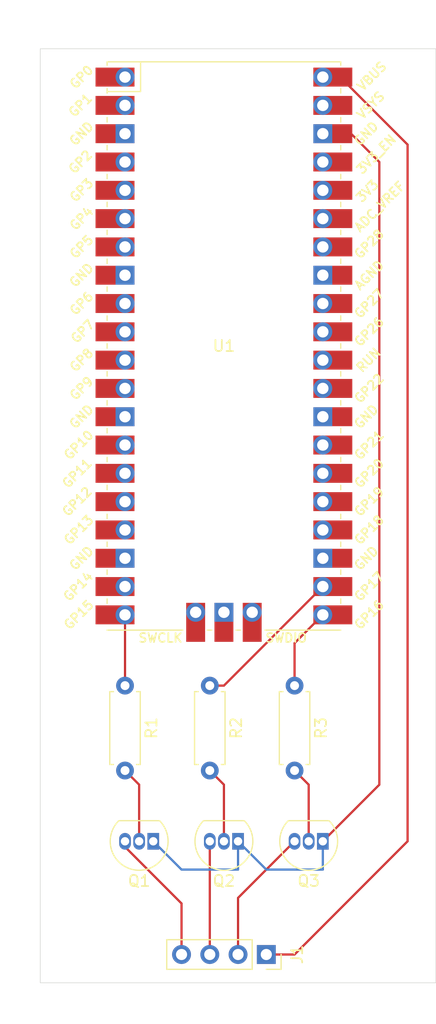
<source format=kicad_pcb>
(kicad_pcb (version 20221018) (generator pcbnew)
  (layers (0 "F.Cu" signal) (31 "B.Cu" signal) (34 "B.Paste" user) (35 "F.Paste" user) (36 "B.SilkS" user "B.Silkscreen") (37 "F.SilkS" user "F.Silkscreen") (38 "B.Mask" user) (39 "F.Mask" user) (44 "Edge.Cuts" user))
  (net 0 "")
  (net 1 "Net-(J1-Pin_1)")
  (net 2 "Net-(J1-Pin_2)")
  (net 3 "Net-(J1-Pin_3)")
  (net 4 "Net-(J1-Pin_4)")
  (net 5 "Net-(Q1-B)")
  (net 6 "Net-(Q1-C)")
  (net 7 "Net-(Q2-B)")
  (net 8 "Net-(Q3-B)")
  (net 9 "Net-(U1-GPIO15)")
  (net 10 "Net-(U1-GPIO17)")
  (net 11 "Net-(U1-GPIO16)")
  (footprint "Package_TO_SOT_THT:TO-92_Inline" (layer "F.Cu") (at 127 111.76 180)
    (fp_text reference "Q1" (at 1.27 -3.56) (layer "F.SilkS"))
    (fp_text value "2N3904")
    (fp_line (start -0.53 1.85) (end 3.07 1.85) (stroke (width 0.12)) (layer "F.SilkS"))
    (fp_arc (start -0.568478 1.838478) (mid -1.132087 -0.994977) (end 1.27 -2.6) (stroke (width 0.12)) (layer "F.SilkS"))
    (fp_arc (start 1.27 -2.6) (mid 3.672087 -0.994977) (end 3.108478 1.838478) (stroke (width 0.12)) (layer "F.SilkS"))
    (pad "1" thru_hole rect (at 0 0 180) (size 1.05 1.5) (drill 0.75) (layers "*.Cu" "*.Mask") (net 6 "Net-(Q1-C)"))
    (pad "2" thru_hole oval (at 1.27 0 180) (size 1.05 1.5) (drill 0.75) (layers "*.Cu" "*.Mask") (net 5 "Net-(Q1-B)"))
    (pad "3" thru_hole oval (at 2.54 0 180) (size 1.05 1.5) (drill 0.75) (layers "*.Cu" "*.Mask") (net 4 "Net-(J1-Pin_4)"))
  )
  (footprint "Resistor_THT:R_Axial_DIN0207_L6.3mm_D2.5mm_P7.62mm_Horizontal" (layer "F.Cu") (at 139.7 97.79 -90)
    (fp_text reference "R3" (at 3.81 -2.37 90) (layer "F.SilkS"))
    (fp_text value "1K")
    (fp_line (start 0.54 -1.37) (end 7.08 -1.37) (stroke (width 0.12)) (layer "F.SilkS"))
    (fp_line (start 0.54 -1.04) (end 0.54 -1.37) (stroke (width 0.12)) (layer "F.SilkS"))
    (fp_line (start 0.54 1.04) (end 0.54 1.37) (stroke (width 0.12)) (layer "F.SilkS"))
    (fp_line (start 0.54 1.37) (end 7.08 1.37) (stroke (width 0.12)) (layer "F.SilkS"))
    (fp_line (start 7.08 -1.37) (end 7.08 -1.04) (stroke (width 0.12)) (layer "F.SilkS"))
    (fp_line (start 7.08 1.37) (end 7.08 1.04) (stroke (width 0.12)) (layer "F.SilkS"))
    (pad "1" thru_hole circle (at 0 0 270) (size 1.6 1.6) (drill 0.8) (layers "*.Cu" "*.Mask") (net 11 "Net-(U1-GPIO16)"))
    (pad "2" thru_hole oval (at 7.62 0 270) (size 1.6 1.6) (drill 0.8) (layers "*.Cu" "*.Mask") (net 8 "Net-(Q3-B)"))
  )
  (footprint "Resistor_THT:R_Axial_DIN0207_L6.3mm_D2.5mm_P7.62mm_Horizontal" (layer "F.Cu") (at 124.46 97.79 -90)
    (fp_text reference "R1" (at 3.81 -2.37 90) (layer "F.SilkS"))
    (fp_text value "1K")
    (fp_line (start 0.54 -1.37) (end 7.08 -1.37) (stroke (width 0.12)) (layer "F.SilkS"))
    (fp_line (start 0.54 -1.04) (end 0.54 -1.37) (stroke (width 0.12)) (layer "F.SilkS"))
    (fp_line (start 0.54 1.04) (end 0.54 1.37) (stroke (width 0.12)) (layer "F.SilkS"))
    (fp_line (start 0.54 1.37) (end 7.08 1.37) (stroke (width 0.12)) (layer "F.SilkS"))
    (fp_line (start 7.08 -1.37) (end 7.08 -1.04) (stroke (width 0.12)) (layer "F.SilkS"))
    (fp_line (start 7.08 1.37) (end 7.08 1.04) (stroke (width 0.12)) (layer "F.SilkS"))
    (pad "1" thru_hole circle (at 0 0 270) (size 1.6 1.6) (drill 0.8) (layers "*.Cu" "*.Mask") (net 9 "Net-(U1-GPIO15)"))
    (pad "2" thru_hole oval (at 7.62 0 270) (size 1.6 1.6) (drill 0.8) (layers "*.Cu" "*.Mask") (net 5 "Net-(Q1-B)"))
  )
  (footprint "Resistor_THT:R_Axial_DIN0207_L6.3mm_D2.5mm_P7.62mm_Horizontal" (layer "F.Cu") (at 132.08 97.79 -90)
    (fp_text reference "R2" (at 3.81 -2.37 90) (layer "F.SilkS"))
    (fp_text value "1K")
    (fp_line (start 0.54 -1.37) (end 7.08 -1.37) (stroke (width 0.12)) (layer "F.SilkS"))
    (fp_line (start 0.54 -1.04) (end 0.54 -1.37) (stroke (width 0.12)) (layer "F.SilkS"))
    (fp_line (start 0.54 1.04) (end 0.54 1.37) (stroke (width 0.12)) (layer "F.SilkS"))
    (fp_line (start 0.54 1.37) (end 7.08 1.37) (stroke (width 0.12)) (layer "F.SilkS"))
    (fp_line (start 7.08 -1.37) (end 7.08 -1.04) (stroke (width 0.12)) (layer "F.SilkS"))
    (fp_line (start 7.08 1.37) (end 7.08 1.04) (stroke (width 0.12)) (layer "F.SilkS"))
    (pad "1" thru_hole circle (at 0 0 270) (size 1.6 1.6) (drill 0.8) (layers "*.Cu" "*.Mask") (net 10 "Net-(U1-GPIO17)"))
    (pad "2" thru_hole oval (at 7.62 0 270) (size 1.6 1.6) (drill 0.8) (layers "*.Cu" "*.Mask") (net 7 "Net-(Q2-B)"))
  )
  (footprint "Package_TO_SOT_THT:TO-92_Inline" (layer "F.Cu") (at 134.62 111.76 180)
    (fp_text reference "Q2" (at 1.27 -3.56) (layer "F.SilkS"))
    (fp_text value "2N3904")
    (fp_line (start -0.53 1.85) (end 3.07 1.85) (stroke (width 0.12)) (layer "F.SilkS"))
    (fp_arc (start -0.568478 1.838478) (mid -1.132087 -0.994977) (end 1.27 -2.6) (stroke (width 0.12)) (layer "F.SilkS"))
    (fp_arc (start 1.27 -2.6) (mid 3.672087 -0.994977) (end 3.108478 1.838478) (stroke (width 0.12)) (layer "F.SilkS"))
    (pad "1" thru_hole rect (at 0 0 180) (size 1.05 1.5) (drill 0.75) (layers "*.Cu" "*.Mask") (net 6 "Net-(Q1-C)"))
    (pad "2" thru_hole oval (at 1.27 0 180) (size 1.05 1.5) (drill 0.75) (layers "*.Cu" "*.Mask") (net 7 "Net-(Q2-B)"))
    (pad "3" thru_hole oval (at 2.54 0 180) (size 1.05 1.5) (drill 0.75) (layers "*.Cu" "*.Mask") (net 3 "Net-(J1-Pin_3)"))
  )
  (footprint "Connector_PinSocket_2.54mm:PinSocket_1x04_P2.54mm_Vertical" (layer "F.Cu") (at 137.16 121.92 -90)
    (fp_text reference "J1" (at 0 -2.77 90) (layer "F.SilkS"))
    (fp_text value "Conn_01x04_Socket")
    (fp_line (start -1.33 1.27) (end -1.33 8.95) (stroke (width 0.12)) (layer "F.SilkS"))
    (fp_line (start -1.33 1.27) (end 1.33 1.27) (stroke (width 0.12)) (layer "F.SilkS"))
    (fp_line (start -1.33 8.95) (end 1.33 8.95) (stroke (width 0.12)) (layer "F.SilkS"))
    (fp_line (start 0 -1.33) (end 1.33 -1.33) (stroke (width 0.12)) (layer "F.SilkS"))
    (fp_line (start 1.33 -1.33) (end 1.33 0) (stroke (width 0.12)) (layer "F.SilkS"))
    (fp_line (start 1.33 1.27) (end 1.33 8.95) (stroke (width 0.12)) (layer "F.SilkS"))
    (pad "1" thru_hole rect (at 0 0 270) (size 1.7 1.7) (drill 1) (layers "*.Cu" "*.Mask") (net 1 "Net-(J1-Pin_1)"))
    (pad "2" thru_hole oval (at 0 2.54 270) (size 1.7 1.7) (drill 1) (layers "*.Cu" "*.Mask") (net 2 "Net-(J1-Pin_2)"))
    (pad "3" thru_hole oval (at 0 5.08 270) (size 1.7 1.7) (drill 1) (layers "*.Cu" "*.Mask") (net 3 "Net-(J1-Pin_3)"))
    (pad "4" thru_hole oval (at 0 7.62 270) (size 1.7 1.7) (drill 1) (layers "*.Cu" "*.Mask") (net 4 "Net-(J1-Pin_4)"))
  )
  (footprint "Package_TO_SOT_THT:TO-92_Inline" (layer "F.Cu") (at 142.24 111.76 180)
    (fp_text reference "Q3" (at 1.27 -3.56) (layer "F.SilkS"))
    (fp_text value "2N3904")
    (fp_line (start -0.53 1.85) (end 3.07 1.85) (stroke (width 0.12)) (layer "F.SilkS"))
    (fp_arc (start -0.568478 1.838478) (mid -1.132087 -0.994977) (end 1.27 -2.6) (stroke (width 0.12)) (layer "F.SilkS"))
    (fp_arc (start 1.27 -2.6) (mid 3.672087 -0.994977) (end 3.108478 1.838478) (stroke (width 0.12)) (layer "F.SilkS"))
    (pad "1" thru_hole rect (at 0 0 180) (size 1.05 1.5) (drill 0.75) (layers "*.Cu" "*.Mask") (net 6 "Net-(Q1-C)"))
    (pad "2" thru_hole oval (at 1.27 0 180) (size 1.05 1.5) (drill 0.75) (layers "*.Cu" "*.Mask") (net 8 "Net-(Q3-B)"))
    (pad "3" thru_hole oval (at 2.54 0 180) (size 1.05 1.5) (drill 0.75) (layers "*.Cu" "*.Mask") (net 2 "Net-(J1-Pin_2)"))
  )
  (footprint "Raspberry Pi Pico:RPi_Pico_SMD_TH" (layer "F.Cu") (at 133.35 67.31)
    (fp_text reference "U1" (at 0 0) (layer "F.SilkS"))
    (fp_text value "Pico")
    (fp_text user "GP17" (at 13.054 21.59 45) (layer "F.SilkS") (effects (font (size 0.8 0.8))))
    (fp_text user "VSYS" (at 13.2 -21.59 45) (layer "F.SilkS") (effects (font (size 0.8 0.8))))
    (fp_text user "3V3_EN" (at 13.7 -17.2 45) (layer "F.SilkS") (effects (font (size 0.8 0.8))))
    (fp_text user "GP28" (at 13.054 -9.144 45) (layer "F.SilkS") (effects (font (size 0.8 0.8))))
    (fp_text user "VBUS" (at 13.3 -24.2 45) (layer "F.SilkS") (effects (font (size 0.8 0.8))))
    (fp_text user "GP0" (at -12.8 -24.13 45) (layer "F.SilkS") (effects (font (size 0.8 0.8))))
    (fp_text user "GP9" (at -12.8 3.81 45) (layer "F.SilkS") (effects (font (size 0.8 0.8))))
    (fp_text user "GND" (at -12.8 19.05 45) (layer "F.SilkS") (effects (font (size 0.8 0.8))))
    (fp_text user "GP21" (at 13.054 8.9 45) (layer "F.SilkS") (effects (font (size 0.8 0.8))))
    (fp_text user "GP4" (at -12.8 -11.43 45) (layer "F.SilkS") (effects (font (size 0.8 0.8))))
    (fp_text user "GND" (at 12.8 -19.05 45) (layer "F.SilkS") (effects (font (size 0.8 0.8))))
    (fp_text user "GND" (at -12.8 6.35 45) (layer "F.SilkS") (effects (font (size 0.8 0.8))))
    (fp_text user "GP7" (at -12.7 -1.3 45) (layer "F.SilkS") (effects (font (size 0.8 0.8))))
    (fp_text user "GP2" (at -12.9 -16.51 45) (layer "F.SilkS") (effects (font (size 0.8 0.8))))
    (fp_text user "GND" (at 12.8 6.35 45) (layer "F.SilkS") (effects (font (size 0.8 0.8))))
    (fp_text user "GP22" (at 13.054 3.81 45) (layer "F.SilkS") (effects (font (size 0.8 0.8))))
    (fp_text user "RUN" (at 13 1.27 45) (layer "F.SilkS") (effects (font (size 0.8 0.8))))
    (fp_text user "GP12" (at -13.2 13.97 45) (layer "F.SilkS") (effects (font (size 0.8 0.8))))
    (fp_text user "GP1" (at -12.9 -21.6 45) (layer "F.SilkS") (effects (font (size 0.8 0.8))))
    (fp_text user "GP15" (at -13.054 24.13 45) (layer "F.SilkS") (effects (font (size 0.8 0.8))))
    (fp_text user "GP14" (at -13.1 21.59 45) (layer "F.SilkS") (effects (font (size 0.8 0.8))))
    (fp_text user "GP18" (at 13.054 16.51 45) (layer "F.SilkS") (effects (font (size 0.8 0.8))))
    (fp_text user "GP26" (at 13.054 -1.27 45) (layer "F.SilkS") (effects (font (size 0.8 0.8))))
    (fp_text user "GP11" (at -13.2 11.43 45) (layer "F.SilkS") (effects (font (size 0.8 0.8))))
    (fp_text user "GP6" (at -12.8 -3.81 45) (layer "F.SilkS") (effects (font (size 0.8 0.8))))
    (fp_text user "GP13" (at -13.054 16.51 45) (layer "F.SilkS") (effects (font (size 0.8 0.8))))
    (fp_text user "GP10" (at -13.054 8.89 45) (layer "F.SilkS") (effects (font (size 0.8 0.8))))
    (fp_text user "SWDIO" (at 5.6 26.2) (layer "F.SilkS") (effects (font (size 0.8 0.8))))
    (fp_text user "AGND" (at 13.054 -6.35 45) (layer "F.SilkS") (effects (font (size 0.8 0.8))))
    (fp_text user "GP5" (at -12.8 -8.89 45) (layer "F.SilkS") (effects (font (size 0.8 0.8))))
    (fp_text user "GP20" (at 13.054 11.43 45) (layer "F.SilkS") (effects (font (size 0.8 0.8))))
    (fp_text user "GP19" (at 13.054 13.97 45) (layer "F.SilkS") (effects (font (size 0.8 0.8))))
    (fp_text user "GND" (at 12.8 19.05 45) (layer "F.SilkS") (effects (font (size 0.8 0.8))))
    (fp_text user "ADC_VREF" (at 14 -12.5 45) (layer "F.SilkS") (effects (font (size 0.8 0.8))))
    (fp_text user "GND" (at -12.8 -6.35 45) (layer "F.SilkS") (effects (font (size 0.8 0.8))))
    (fp_text user "GP27" (at 13.054 -3.8 45) (layer "F.SilkS") (effects (font (size 0.8 0.8))))
    (fp_text user "GP8" (at -12.8 1.27 45) (layer "F.SilkS") (effects (font (size 0.8 0.8))))
    (fp_text user "GND" (at -12.8 -19.05 45) (layer "F.SilkS") (effects (font (size 0.8 0.8))))
    (fp_text user "GP3" (at -12.8 -13.97 45) (layer "F.SilkS") (effects (font (size 0.8 0.8))))
    (fp_text user "3V3" (at 12.9 -13.9 45) (layer "F.SilkS") (effects (font (size 0.8 0.8))))
    (fp_text user "GP16" (at 13.054 24.13 45) (layer "F.SilkS") (effects (font (size 0.8 0.8))))
    (fp_text user "SWCLK" (at -5.7 26.2) (layer "F.SilkS") (effects (font (size 0.8 0.8))))
    (fp_line (start -10.5 -25.5) (end -10.5 -25.2) (stroke (width 0.12)) (layer "F.SilkS"))
    (fp_line (start -10.5 -25.5) (end 10.5 -25.5) (stroke (width 0.12)) (layer "F.SilkS"))
    (fp_line (start -10.5 -23.1) (end -10.5 -22.7) (stroke (width 0.12)) (layer "F.SilkS"))
    (fp_line (start -10.5 -22.833) (end -7.493 -22.833) (stroke (width 0.12)) (layer "F.SilkS"))
    (fp_line (start -10.5 -20.5) (end -10.5 -20.1) (stroke (width 0.12)) (layer "F.SilkS"))
    (fp_line (start -10.5 -18) (end -10.5 -17.6) (stroke (width 0.12)) (layer "F.SilkS"))
    (fp_line (start -10.5 -15.4) (end -10.5 -15) (stroke (width 0.12)) (layer "F.SilkS"))
    (fp_line (start -10.5 -12.9) (end -10.5 -12.5) (stroke (width 0.12)) (layer "F.SilkS"))
    (fp_line (start -10.5 -10.4) (end -10.5 -10) (stroke (width 0.12)) (layer "F.SilkS"))
    (fp_line (start -10.5 -7.8) (end -10.5 -7.4) (stroke (width 0.12)) (layer "F.SilkS"))
    (fp_line (start -10.5 -5.3) (end -10.5 -4.9) (stroke (width 0.12)) (layer "F.SilkS"))
    (fp_line (start -10.5 -2.7) (end -10.5 -2.3) (stroke (width 0.12)) (layer "F.SilkS"))
    (fp_line (start -10.5 -0.2) (end -10.5 0.2) (stroke (width 0.12)) (layer "F.SilkS"))
    (fp_line (start -10.5 2.3) (end -10.5 2.7) (stroke (width 0.12)) (layer "F.SilkS"))
    (fp_line (start -10.5 4.9) (end -10.5 5.3) (stroke (width 0.12)) (layer "F.SilkS"))
    (fp_line (start -10.5 7.4) (end -10.5 7.8) (stroke (width 0.12)) (layer "F.SilkS"))
    (fp_line (start -10.5 10) (end -10.5 10.4) (stroke (width 0.12)) (layer "F.SilkS"))
    (fp_line (start -10.5 12.5) (end -10.5 12.9) (stroke (width 0.12)) (layer "F.SilkS"))
    (fp_line (start -10.5 15.1) (end -10.5 15.5) (stroke (width 0.12)) (layer "F.SilkS"))
    (fp_line (start -10.5 17.6) (end -10.5 18) (stroke (width 0.12)) (layer "F.SilkS"))
    (fp_line (start -10.5 20.1) (end -10.5 20.5) (stroke (width 0.12)) (layer "F.SilkS"))
    (fp_line (start -10.5 22.7) (end -10.5 23.1) (stroke (width 0.12)) (layer "F.SilkS"))
    (fp_line (start -7.493 -22.833) (end -7.493 -25.5) (stroke (width 0.12)) (layer "F.SilkS"))
    (fp_line (start -3.7 25.5) (end -10.5 25.5) (stroke (width 0.12)) (layer "F.SilkS"))
    (fp_line (start -1.5 25.5) (end -1.1 25.5) (stroke (width 0.12)) (layer "F.SilkS"))
    (fp_line (start 1.1 25.5) (end 1.5 25.5) (stroke (width 0.12)) (layer "F.SilkS"))
    (fp_line (start 10.5 -25.5) (end 10.5 -25.2) (stroke (width 0.12)) (layer "F.SilkS"))
    (fp_line (start 10.5 -23.1) (end 10.5 -22.7) (stroke (width 0.12)) (layer "F.SilkS"))
    (fp_line (start 10.5 -20.5) (end 10.5 -20.1) (stroke (width 0.12)) (layer "F.SilkS"))
    (fp_line (start 10.5 -18) (end 10.5 -17.6) (stroke (width 0.12)) (layer "F.SilkS"))
    (fp_line (start 10.5 -15.4) (end 10.5 -15) (stroke (width 0.12)) (layer "F.SilkS"))
    (fp_line (start 10.5 -12.9) (end 10.5 -12.5) (stroke (width 0.12)) (layer "F.SilkS"))
    (fp_line (start 10.5 -10.4) (end 10.5 -10) (stroke (width 0.12)) (layer "F.SilkS"))
    (fp_line (start 10.5 -7.8) (end 10.5 -7.4) (stroke (width 0.12)) (layer "F.SilkS"))
    (fp_line (start 10.5 -5.3) (end 10.5 -4.9) (stroke (width 0.12)) (layer "F.SilkS"))
    (fp_line (start 10.5 -2.7) (end 10.5 -2.3) (stroke (width 0.12)) (layer "F.SilkS"))
    (fp_line (start 10.5 -0.2) (end 10.5 0.2) (stroke (width 0.12)) (layer "F.SilkS"))
    (fp_line (start 10.5 2.3) (end 10.5 2.7) (stroke (width 0.12)) (layer "F.SilkS"))
    (fp_line (start 10.5 4.9) (end 10.5 5.3) (stroke (width 0.12)) (layer "F.SilkS"))
    (fp_line (start 10.5 7.4) (end 10.5 7.8) (stroke (width 0.12)) (layer "F.SilkS"))
    (fp_line (start 10.5 10) (end 10.5 10.4) (stroke (width 0.12)) (layer "F.SilkS"))
    (fp_line (start 10.5 12.5) (end 10.5 12.9) (stroke (width 0.12)) (layer "F.SilkS"))
    (fp_line (start 10.5 15.1) (end 10.5 15.5) (stroke (width 0.12)) (layer "F.SilkS"))
    (fp_line (start 10.5 17.6) (end 10.5 18) (stroke (width 0.12)) (layer "F.SilkS"))
    (fp_line (start 10.5 20.1) (end 10.5 20.5) (stroke (width 0.12)) (layer "F.SilkS"))
    (fp_line (start 10.5 22.7) (end 10.5 23.1) (stroke (width 0.12)) (layer "F.SilkS"))
    (fp_line (start 10.5 25.5) (end 3.7 25.5) (stroke (width 0.12)) (layer "F.SilkS"))
    (pad "" np_thru_hole oval (at -2.725 -24) (size 1.8 1.8) (drill 1.8) (layers "*.Cu" "*.Mask"))
    (pad "" np_thru_hole oval (at -2.425 -20.97) (size 1.5 1.5) (drill 1.5) (layers "*.Cu" "*.Mask"))
    (pad "" np_thru_hole oval (at 2.425 -20.97) (size 1.5 1.5) (drill 1.5) (layers "*.Cu" "*.Mask"))
    (pad "" np_thru_hole oval (at 2.725 -24) (size 1.8 1.8) (drill 1.8) (layers "*.Cu" "*.Mask"))
    (pad "1" thru_hole oval (at -8.89 -24.13) (size 1.7 1.7) (drill 1.02) (layers "*.Cu" "*.Mask"))
    (pad "1" smd rect (at -8.89 -24.13) (size 3.5 1.7) (drill (offset -0.9 0)) (layers "F.Cu" "F.Mask"))
    (pad "2" thru_hole oval (at -8.89 -21.59) (size 1.7 1.7) (drill 1.02) (layers "*.Cu" "*.Mask"))
    (pad "2" smd rect (at -8.89 -21.59) (size 3.5 1.7) (drill (offset -0.9 0)) (layers "F.Cu" "F.Mask"))
    (pad "3" thru_hole rect (at -8.89 -19.05) (size 1.7 1.7) (drill 1.02) (layers "*.Cu" "*.Mask"))
    (pad "3" smd rect (at -8.89 -19.05) (size 3.5 1.7) (drill (offset -0.9 0)) (layers "F.Cu" "F.Mask"))
    (pad "4" thru_hole oval (at -8.89 -16.51) (size 1.7 1.7) (drill 1.02) (layers "*.Cu" "*.Mask"))
    (pad "4" smd rect (at -8.89 -16.51) (size 3.5 1.7) (drill (offset -0.9 0)) (layers "F.Cu" "F.Mask"))
    (pad "5" thru_hole oval (at -8.89 -13.97) (size 1.7 1.7) (drill 1.02) (layers "*.Cu" "*.Mask"))
    (pad "5" smd rect (at -8.89 -13.97) (size 3.5 1.7) (drill (offset -0.9 0)) (layers "F.Cu" "F.Mask"))
    (pad "6" thru_hole oval (at -8.89 -11.43) (size 1.7 1.7) (drill 1.02) (layers "*.Cu" "*.Mask"))
    (pad "6" smd rect (at -8.89 -11.43) (size 3.5 1.7) (drill (offset -0.9 0)) (layers "F.Cu" "F.Mask"))
    (pad "7" thru_hole oval (at -8.89 -8.89) (size 1.7 1.7) (drill 1.02) (layers "*.Cu" "*.Mask"))
    (pad "7" smd rect (at -8.89 -8.89) (size 3.5 1.7) (drill (offset -0.9 0)) (layers "F.Cu" "F.Mask"))
    (pad "8" thru_hole rect (at -8.89 -6.35) (size 1.7 1.7) (drill 1.02) (layers "*.Cu" "*.Mask"))
    (pad "8" smd rect (at -8.89 -6.35) (size 3.5 1.7) (drill (offset -0.9 0)) (layers "F.Cu" "F.Mask"))
    (pad "9" thru_hole oval (at -8.89 -3.81) (size 1.7 1.7) (drill 1.02) (layers "*.Cu" "*.Mask"))
    (pad "9" smd rect (at -8.89 -3.81) (size 3.5 1.7) (drill (offset -0.9 0)) (layers "F.Cu" "F.Mask"))
    (pad "10" thru_hole oval (at -8.89 -1.27) (size 1.7 1.7) (drill 1.02) (layers "*.Cu" "*.Mask"))
    (pad "10" smd rect (at -8.89 -1.27) (size 3.5 1.7) (drill (offset -0.9 0)) (layers "F.Cu" "F.Mask"))
    (pad "11" thru_hole oval (at -8.89 1.27) (size 1.7 1.7) (drill 1.02) (layers "*.Cu" "*.Mask"))
    (pad "11" smd rect (at -8.89 1.27) (size 3.5 1.7) (drill (offset -0.9 0)) (layers "F.Cu" "F.Mask"))
    (pad "12" thru_hole oval (at -8.89 3.81) (size 1.7 1.7) (drill 1.02) (layers "*.Cu" "*.Mask"))
    (pad "12" smd rect (at -8.89 3.81) (size 3.5 1.7) (drill (offset -0.9 0)) (layers "F.Cu" "F.Mask"))
    (pad "13" thru_hole rect (at -8.89 6.35) (size 1.7 1.7) (drill 1.02) (layers "*.Cu" "*.Mask"))
    (pad "13" smd rect (at -8.89 6.35) (size 3.5 1.7) (drill (offset -0.9 0)) (layers "F.Cu" "F.Mask"))
    (pad "14" thru_hole oval (at -8.89 8.89) (size 1.7 1.7) (drill 1.02) (layers "*.Cu" "*.Mask"))
    (pad "14" smd rect (at -8.89 8.89) (size 3.5 1.7) (drill (offset -0.9 0)) (layers "F.Cu" "F.Mask"))
    (pad "15" thru_hole oval (at -8.89 11.43) (size 1.7 1.7) (drill 1.02) (layers "*.Cu" "*.Mask"))
    (pad "15" smd rect (at -8.89 11.43) (size 3.5 1.7) (drill (offset -0.9 0)) (layers "F.Cu" "F.Mask"))
    (pad "16" thru_hole oval (at -8.89 13.97) (size 1.7 1.7) (drill 1.02) (layers "*.Cu" "*.Mask"))
    (pad "16" smd rect (at -8.89 13.97) (size 3.5 1.7) (drill (offset -0.9 0)) (layers "F.Cu" "F.Mask"))
    (pad "17" thru_hole oval (at -8.89 16.51) (size 1.7 1.7) (drill 1.02) (layers "*.Cu" "*.Mask"))
    (pad "17" smd rect (at -8.89 16.51) (size 3.5 1.7) (drill (offset -0.9 0)) (layers "F.Cu" "F.Mask"))
    (pad "18" thru_hole rect (at -8.89 19.05) (size 1.7 1.7) (drill 1.02) (layers "*.Cu" "*.Mask"))
    (pad "18" smd rect (at -8.89 19.05) (size 3.5 1.7) (drill (offset -0.9 0)) (layers "F.Cu" "F.Mask"))
    (pad "19" thru_hole oval (at -8.89 21.59) (size 1.7 1.7) (drill 1.02) (layers "*.Cu" "*.Mask"))
    (pad "19" smd rect (at -8.89 21.59) (size 3.5 1.7) (drill (offset -0.9 0)) (layers "F.Cu" "F.Mask"))
    (pad "20" thru_hole oval (at -8.89 24.13) (size 1.7 1.7) (drill 1.02) (layers "*.Cu" "*.Mask") (net 9 "Net-(U1-GPIO15)"))
    (pad "20" smd rect (at -8.89 24.13) (size 3.5 1.7) (drill (offset -0.9 0)) (layers "F.Cu" "F.Mask") (net 9 "Net-(U1-GPIO15)"))
    (pad "21" thru_hole oval (at 8.89 24.13) (size 1.7 1.7) (drill 1.02) (layers "*.Cu" "*.Mask") (net 11 "Net-(U1-GPIO16)"))
    (pad "21" smd rect (at 8.89 24.13) (size 3.5 1.7) (drill (offset 0.9 0)) (layers "F.Cu" "F.Mask") (net 11 "Net-(U1-GPIO16)"))
    (pad "22" thru_hole oval (at 8.89 21.59) (size 1.7 1.7) (drill 1.02) (layers "*.Cu" "*.Mask") (net 10 "Net-(U1-GPIO17)"))
    (pad "22" smd rect (at 8.89 21.59) (size 3.5 1.7) (drill (offset 0.9 0)) (layers "F.Cu" "F.Mask") (net 10 "Net-(U1-GPIO17)"))
    (pad "23" thru_hole rect (at 8.89 19.05) (size 1.7 1.7) (drill 1.02) (layers "*.Cu" "*.Mask"))
    (pad "23" smd rect (at 8.89 19.05) (size 3.5 1.7) (drill (offset 0.9 0)) (layers "F.Cu" "F.Mask"))
    (pad "24" thru_hole oval (at 8.89 16.51) (size 1.7 1.7) (drill 1.02) (layers "*.Cu" "*.Mask"))
    (pad "24" smd rect (at 8.89 16.51) (size 3.5 1.7) (drill (offset 0.9 0)) (layers "F.Cu" "F.Mask"))
    (pad "25" thru_hole oval (at 8.89 13.97) (size 1.7 1.7) (drill 1.02) (layers "*.Cu" "*.Mask"))
    (pad "25" smd rect (at 8.89 13.97) (size 3.5 1.7) (drill (offset 0.9 0)) (layers "F.Cu" "F.Mask"))
    (pad "26" thru_hole oval (at 8.89 11.43) (size 1.7 1.7) (drill 1.02) (layers "*.Cu" "*.Mask"))
    (pad "26" smd rect (at 8.89 11.43) (size 3.5 1.7) (drill (offset 0.9 0)) (layers "F.Cu" "F.Mask"))
    (pad "27" thru_hole oval (at 8.89 8.89) (size 1.7 1.7) (drill 1.02) (layers "*.Cu" "*.Mask"))
    (pad "27" smd rect (at 8.89 8.89) (size 3.5 1.7) (drill (offset 0.9 0)) (layers "F.Cu" "F.Mask"))
    (pad "28" thru_hole rect (at 8.89 6.35) (size 1.7 1.7) (drill 1.02) (layers "*.Cu" "*.Mask"))
    (pad "28" smd rect (at 8.89 6.35) (size 3.5 1.7) (drill (offset 0.9 0)) (layers "F.Cu" "F.Mask"))
    (pad "29" thru_hole oval (at 8.89 3.81) (size 1.7 1.7) (drill 1.02) (layers "*.Cu" "*.Mask"))
    (pad "29" smd rect (at 8.89 3.81) (size 3.5 1.7) (drill (offset 0.9 0)) (layers "F.Cu" "F.Mask"))
    (pad "30" thru_hole oval (at 8.89 1.27) (size 1.7 1.7) (drill 1.02) (layers "*.Cu" "*.Mask"))
    (pad "30" smd rect (at 8.89 1.27) (size 3.5 1.7) (drill (offset 0.9 0)) (layers "F.Cu" "F.Mask"))
    (pad "31" thru_hole oval (at 8.89 -1.27) (size 1.7 1.7) (drill 1.02) (layers "*.Cu" "*.Mask"))
    (pad "31" smd rect (at 8.89 -1.27) (size 3.5 1.7) (drill (offset 0.9 0)) (layers "F.Cu" "F.Mask"))
    (pad "32" thru_hole oval (at 8.89 -3.81) (size 1.7 1.7) (drill 1.02) (layers "*.Cu" "*.Mask"))
    (pad "32" smd rect (at 8.89 -3.81) (size 3.5 1.7) (drill (offset 0.9 0)) (layers "F.Cu" "F.Mask"))
    (pad "33" thru_hole rect (at 8.89 -6.35) (size 1.7 1.7) (drill 1.02) (layers "*.Cu" "*.Mask"))
    (pad "33" smd rect (at 8.89 -6.35) (size 3.5 1.7) (drill (offset 0.9 0)) (layers "F.Cu" "F.Mask"))
    (pad "34" thru_hole oval (at 8.89 -8.89) (size 1.7 1.7) (drill 1.02) (layers "*.Cu" "*.Mask"))
    (pad "34" smd rect (at 8.89 -8.89) (size 3.5 1.7) (drill (offset 0.9 0)) (layers "F.Cu" "F.Mask"))
    (pad "35" thru_hole oval (at 8.89 -11.43) (size 1.7 1.7) (drill 1.02) (layers "*.Cu" "*.Mask"))
    (pad "35" smd rect (at 8.89 -11.43) (size 3.5 1.7) (drill (offset 0.9 0)) (layers "F.Cu" "F.Mask"))
    (pad "36" thru_hole oval (at 8.89 -13.97) (size 1.7 1.7) (drill 1.02) (layers "*.Cu" "*.Mask"))
    (pad "36" smd rect (at 8.89 -13.97) (size 3.5 1.7) (drill (offset 0.9 0)) (layers "F.Cu" "F.Mask"))
    (pad "37" thru_hole oval (at 8.89 -16.51) (size 1.7 1.7) (drill 1.02) (layers "*.Cu" "*.Mask"))
    (pad "37" smd rect (at 8.89 -16.51) (size 3.5 1.7) (drill (offset 0.9 0)) (layers "F.Cu" "F.Mask"))
    (pad "38" thru_hole rect (at 8.89 -19.05) (size 1.7 1.7) (drill 1.02) (layers "*.Cu" "*.Mask") (net 6 "Net-(Q1-C)"))
    (pad "38" smd rect (at 8.89 -19.05) (size 3.5 1.7) (drill (offset 0.9 0)) (layers "F.Cu" "F.Mask") (net 6 "Net-(Q1-C)"))
    (pad "39" thru_hole oval (at 8.89 -21.59) (size 1.7 1.7) (drill 1.02) (layers "*.Cu" "*.Mask"))
    (pad "39" smd rect (at 8.89 -21.59) (size 3.5 1.7) (drill (offset 0.9 0)) (layers "F.Cu" "F.Mask"))
    (pad "40" thru_hole oval (at 8.89 -24.13) (size 1.7 1.7) (drill 1.02) (layers "*.Cu" "*.Mask") (net 1 "Net-(J1-Pin_1)"))
    (pad "40" smd rect (at 8.89 -24.13) (size 3.5 1.7) (drill (offset 0.9 0)) (layers "F.Cu" "F.Mask") (net 1 "Net-(J1-Pin_1)"))
    (pad "41" thru_hole oval (at -2.54 23.9) (size 1.7 1.7) (drill 1.02) (layers "*.Cu" "*.Mask"))
    (pad "41" smd rect (at -2.54 23.9 90) (size 3.5 1.7) (drill (offset -0.9 0)) (layers "F.Cu" "F.Mask"))
    (pad "42" thru_hole rect (at 0 23.9) (size 1.7 1.7) (drill 1.02) (layers "*.Cu" "*.Mask"))
    (pad "42" smd rect (at 0 23.9 90) (size 3.5 1.7) (drill (offset -0.9 0)) (layers "F.Cu" "F.Mask"))
    (pad "43" thru_hole oval (at 2.54 23.9) (size 1.7 1.7) (drill 1.02) (layers "*.Cu" "*.Mask"))
    (pad "43" smd rect (at 2.54 23.9 90) (size 3.5 1.7) (drill (offset -0.9 0)) (layers "F.Cu" "F.Mask"))
  )
  (gr_line (start 134.62 111.76) (end 137.16 114.3) (stroke (width 0.2)) (layer "B.Cu"))
  (gr_line (start 142.24 114.3) (end 142.24 111.76) (stroke (width 0.2)) (layer "B.Cu"))
  (gr_line (start 137.16 114.3) (end 139.7 114.3) (stroke (width 0.2)) (layer "B.Cu"))
  (gr_line (start 139.7 114.3) (end 142.24 114.3) (stroke (width 0.2)) (layer "B.Cu"))
  (gr_rect (start 116.84 40.64) (end 152.4 124.46) (stroke (width 0.05)) (fill none) (layer "Edge.Cuts"))
  (segment (start 143.8 43.18) (end 142.24 43.18) (width 0.2) (layer "F.Cu") (net 1))
  (segment (start 139.7 121.92) (end 149.86 111.76) (width 0.2) (layer "F.Cu") (net 1))
  (segment (start 149.86 49.24) (end 143.8 43.18) (width 0.2) (layer "F.Cu") (net 1))
  (segment (start 149.86 111.76) (end 149.86 49.24) (width 0.2) (layer "F.Cu") (net 1))
  (segment (start 137.16 121.92) (end 139.7 121.92) (width 0.2) (layer "F.Cu") (net 1))
  (segment (start 134.62 121.92) (end 134.62 116.84) (width 0.2) (layer "F.Cu") (net 2))
  (segment (start 134.62 116.84) (end 139.7 111.76) (width 0.2) (layer "F.Cu") (net 2))
  (segment (start 132.08 121.92) (end 132.08 111.76) (width 0.2) (layer "F.Cu") (net 3))
  (segment (start 124.46 111.76) (end 124.46 112.26) (width 0.2) (layer "F.Cu") (net 4))
  (segment (start 129.54 117.34) (end 129.54 121.92) (width 0.2) (layer "F.Cu") (net 4))
  (segment (start 124.46 112.26) (end 129.54 117.34) (width 0.2) (layer "F.Cu") (net 4))
  (segment (start 125.73 106.68) (end 125.73 111.76) (width 0.2) (layer "F.Cu") (net 5))
  (segment (start 124.46 105.41) (end 125.73 106.68) (width 0.2) (layer "F.Cu") (net 5))
  (segment (start 142.24 111.76) (end 147.32 106.68) (width 0.2) (layer "F.Cu") (net 6))
  (segment (start 142.24 48.26) (end 144.78 48.26) (width 0.2) (layer "F.Cu") (net 6))
  (segment (start 144.78 48.26) (end 147.32 50.8) (width 0.2) (layer "F.Cu") (net 6))
  (segment (start 147.32 106.68) (end 147.32 50.8) (width 0.2) (layer "F.Cu") (net 6))
  (segment (start 127 111.76) (end 129.54 114.3) (width 0.2) (layer "B.Cu") (net 6))
  (segment (start 129.54 114.3) (end 134.62 114.3) (width 0.2) (layer "B.Cu") (net 6))
  (segment (start 134.62 112.325686) (end 134.337157 112.042843) (width 0.2) (layer "B.Cu") (net 6))
  (segment (start 134.62 111.535) (end 134.62 111.76) (width 0.2) (layer "B.Cu") (net 6))
  (segment (start 134.62 114.3) (end 134.62 112.325686) (width 0.2) (layer "B.Cu") (net 6))
  (segment (start 133.35 106.68) (end 133.35 111.76) (width 0.2) (layer "F.Cu") (net 7))
  (segment (start 132.08 105.41) (end 133.35 106.68) (width 0.2) (layer "F.Cu") (net 7))
  (segment (start 140.97 106.68) (end 140.97 111.76) (width 0.2) (layer "F.Cu") (net 8))
  (segment (start 139.7 105.41) (end 140.97 106.68) (width 0.2) (layer "F.Cu") (net 8))
  (segment (start 124.46 97.79) (end 124.46 91.44) (width 0.2) (layer "F.Cu") (net 9))
  (segment (start 133.35 97.79) (end 142.24 88.9) (width 0.2) (layer "F.Cu") (net 10))
  (segment (start 132.08 97.79) (end 133.35 97.79) (width 0.2) (layer "F.Cu") (net 10))
  (segment (start 139.7 93.98) (end 142.24 91.44) (width 0.2) (layer "F.Cu") (net 11))
  (segment (start 139.7 97.79) (end 139.7 93.98) (width 0.2) (layer "F.Cu") (net 11))
)
</source>
